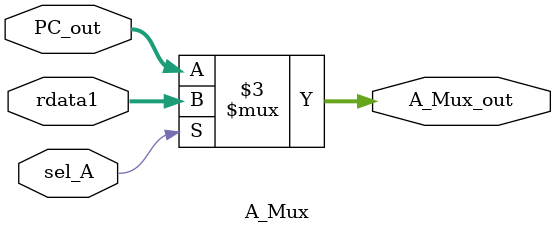
<source format=sv>
module A_Mux ( PC_out, rdata1, sel_A, A_Mux_out );
input logic [31:0] PC_out;
input logic [31:0] rdata1;
input logic sel_A;
output logic [31:0] A_Mux_out;
always_comb
begin
        if ( sel_A ) begin
        A_Mux_out = rdata1;
        end
        else begin
        A_Mux_out = PC_out;
        end
end
endmodule
</source>
